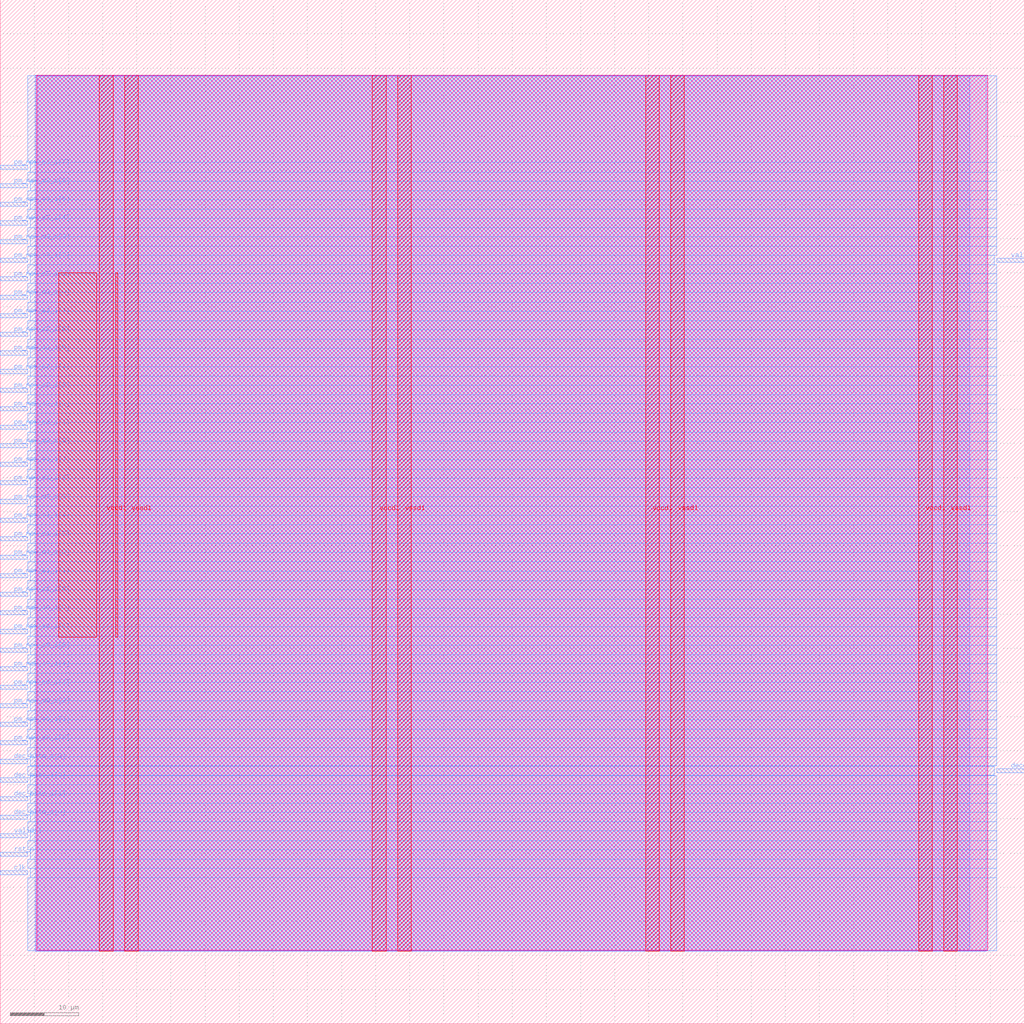
<source format=lef>
VERSION 5.7 ;
  NOWIREEXTENSIONATPIN ON ;
  DIVIDERCHAR "/" ;
  BUSBITCHARS "[]" ;
MACRO tbu
  CLASS BLOCK ;
  FOREIGN tbu ;
  ORIGIN 0.000 0.000 ;
  SIZE 150.000 BY 150.000 ;
  PIN clk
    DIRECTION INPUT ;
    USE SIGNAL ;
    ANTENNAGATEAREA 1.286700 ;
    ANTENNADIFFAREA 0.434700 ;
    PORT
      LAYER met3 ;
        RECT 0.000 21.800 4.000 22.400 ;
    END
  END clk
  PIN dec_bits_i[0]
    DIRECTION INPUT ;
    USE SIGNAL ;
    ANTENNAGATEAREA 0.647700 ;
    ANTENNADIFFAREA 0.434700 ;
    PORT
      LAYER met3 ;
        RECT 0.000 29.960 4.000 30.560 ;
    END
  END dec_bits_i[0]
  PIN dec_bits_i[1]
    DIRECTION INPUT ;
    USE SIGNAL ;
    ANTENNAGATEAREA 0.631200 ;
    ANTENNADIFFAREA 0.434700 ;
    PORT
      LAYER met3 ;
        RECT 0.000 32.680 4.000 33.280 ;
    END
  END dec_bits_i[1]
  PIN dec_bits_i[2]
    DIRECTION INPUT ;
    USE SIGNAL ;
    ANTENNAGATEAREA 0.647700 ;
    ANTENNADIFFAREA 0.434700 ;
    PORT
      LAYER met3 ;
        RECT 0.000 35.400 4.000 36.000 ;
    END
  END dec_bits_i[2]
  PIN dec_bits_i[3]
    DIRECTION INPUT ;
    USE SIGNAL ;
    ANTENNAGATEAREA 0.631200 ;
    ANTENNADIFFAREA 0.434700 ;
    PORT
      LAYER met3 ;
        RECT 0.000 38.120 4.000 38.720 ;
    END
  END dec_bits_i[3]
  PIN decoded_bit_o
    DIRECTION OUTPUT ;
    USE SIGNAL ;
    ANTENNADIFFAREA 0.891000 ;
    PORT
      LAYER met3 ;
        RECT 146.000 36.760 150.000 37.360 ;
    END
  END decoded_bit_o
  PIN pm_new_s0_i[0]
    DIRECTION INPUT ;
    USE SIGNAL ;
    ANTENNAGATEAREA 0.560700 ;
    ANTENNADIFFAREA 0.434700 ;
    PORT
      LAYER met3 ;
        RECT 0.000 40.840 4.000 41.440 ;
    END
  END pm_new_s0_i[0]
  PIN pm_new_s0_i[1]
    DIRECTION INPUT ;
    USE SIGNAL ;
    ANTENNAGATEAREA 0.560700 ;
    ANTENNADIFFAREA 0.434700 ;
    PORT
      LAYER met3 ;
        RECT 0.000 43.560 4.000 44.160 ;
    END
  END pm_new_s0_i[1]
  PIN pm_new_s0_i[2]
    DIRECTION INPUT ;
    USE SIGNAL ;
    ANTENNAGATEAREA 0.631200 ;
    ANTENNADIFFAREA 0.434700 ;
    PORT
      LAYER met3 ;
        RECT 0.000 46.280 4.000 46.880 ;
    END
  END pm_new_s0_i[2]
  PIN pm_new_s0_i[3]
    DIRECTION INPUT ;
    USE SIGNAL ;
    ANTENNAGATEAREA 0.631200 ;
    ANTENNADIFFAREA 0.434700 ;
    PORT
      LAYER met3 ;
        RECT 0.000 49.000 4.000 49.600 ;
    END
  END pm_new_s0_i[3]
  PIN pm_new_s0_i[4]
    DIRECTION INPUT ;
    USE SIGNAL ;
    ANTENNAGATEAREA 0.631200 ;
    ANTENNADIFFAREA 0.434700 ;
    PORT
      LAYER met3 ;
        RECT 0.000 51.720 4.000 52.320 ;
    END
  END pm_new_s0_i[4]
  PIN pm_new_s0_i[5]
    DIRECTION INPUT ;
    USE SIGNAL ;
    ANTENNAGATEAREA 0.631200 ;
    ANTENNADIFFAREA 0.434700 ;
    PORT
      LAYER met3 ;
        RECT 0.000 54.440 4.000 55.040 ;
    END
  END pm_new_s0_i[5]
  PIN pm_new_s0_i[6]
    DIRECTION INPUT ;
    USE SIGNAL ;
    ANTENNAGATEAREA 0.560700 ;
    ANTENNADIFFAREA 0.434700 ;
    PORT
      LAYER met3 ;
        RECT 0.000 57.160 4.000 57.760 ;
    END
  END pm_new_s0_i[6]
  PIN pm_new_s0_i[7]
    DIRECTION INPUT ;
    USE SIGNAL ;
    ANTENNAGATEAREA 0.560700 ;
    ANTENNADIFFAREA 0.434700 ;
    PORT
      LAYER met3 ;
        RECT 0.000 59.880 4.000 60.480 ;
    END
  END pm_new_s0_i[7]
  PIN pm_new_s1_i[0]
    DIRECTION INPUT ;
    USE SIGNAL ;
    ANTENNAGATEAREA 0.631200 ;
    ANTENNADIFFAREA 0.434700 ;
    PORT
      LAYER met3 ;
        RECT 0.000 62.600 4.000 63.200 ;
    END
  END pm_new_s1_i[0]
  PIN pm_new_s1_i[1]
    DIRECTION INPUT ;
    USE SIGNAL ;
    ANTENNAGATEAREA 0.560700 ;
    ANTENNADIFFAREA 0.434700 ;
    PORT
      LAYER met3 ;
        RECT 0.000 65.320 4.000 65.920 ;
    END
  END pm_new_s1_i[1]
  PIN pm_new_s1_i[2]
    DIRECTION INPUT ;
    USE SIGNAL ;
    ANTENNAGATEAREA 0.647700 ;
    ANTENNADIFFAREA 0.434700 ;
    PORT
      LAYER met3 ;
        RECT 0.000 68.040 4.000 68.640 ;
    END
  END pm_new_s1_i[2]
  PIN pm_new_s1_i[3]
    DIRECTION INPUT ;
    USE SIGNAL ;
    ANTENNAGATEAREA 0.631200 ;
    ANTENNADIFFAREA 0.434700 ;
    PORT
      LAYER met3 ;
        RECT 0.000 70.760 4.000 71.360 ;
    END
  END pm_new_s1_i[3]
  PIN pm_new_s1_i[4]
    DIRECTION INPUT ;
    USE SIGNAL ;
    ANTENNAGATEAREA 0.647700 ;
    ANTENNADIFFAREA 0.434700 ;
    PORT
      LAYER met3 ;
        RECT 0.000 73.480 4.000 74.080 ;
    END
  END pm_new_s1_i[4]
  PIN pm_new_s1_i[5]
    DIRECTION INPUT ;
    USE SIGNAL ;
    ANTENNAGATEAREA 0.560700 ;
    ANTENNADIFFAREA 0.434700 ;
    PORT
      LAYER met3 ;
        RECT 0.000 76.200 4.000 76.800 ;
    END
  END pm_new_s1_i[5]
  PIN pm_new_s1_i[6]
    DIRECTION INPUT ;
    USE SIGNAL ;
    ANTENNAGATEAREA 0.647700 ;
    ANTENNADIFFAREA 0.434700 ;
    PORT
      LAYER met3 ;
        RECT 0.000 78.920 4.000 79.520 ;
    END
  END pm_new_s1_i[6]
  PIN pm_new_s1_i[7]
    DIRECTION INPUT ;
    USE SIGNAL ;
    ANTENNAGATEAREA 0.647700 ;
    ANTENNADIFFAREA 0.434700 ;
    PORT
      LAYER met3 ;
        RECT 0.000 81.640 4.000 82.240 ;
    END
  END pm_new_s1_i[7]
  PIN pm_new_s2_i[0]
    DIRECTION INPUT ;
    USE SIGNAL ;
    ANTENNAGATEAREA 0.647700 ;
    ANTENNADIFFAREA 0.434700 ;
    PORT
      LAYER met3 ;
        RECT 0.000 84.360 4.000 84.960 ;
    END
  END pm_new_s2_i[0]
  PIN pm_new_s2_i[1]
    DIRECTION INPUT ;
    USE SIGNAL ;
    ANTENNAGATEAREA 0.647700 ;
    ANTENNADIFFAREA 0.434700 ;
    PORT
      LAYER met3 ;
        RECT 0.000 87.080 4.000 87.680 ;
    END
  END pm_new_s2_i[1]
  PIN pm_new_s2_i[2]
    DIRECTION INPUT ;
    USE SIGNAL ;
    ANTENNAGATEAREA 0.647700 ;
    ANTENNADIFFAREA 0.434700 ;
    PORT
      LAYER met3 ;
        RECT 0.000 89.800 4.000 90.400 ;
    END
  END pm_new_s2_i[2]
  PIN pm_new_s2_i[3]
    DIRECTION INPUT ;
    USE SIGNAL ;
    ANTENNAGATEAREA 0.631200 ;
    ANTENNADIFFAREA 0.434700 ;
    PORT
      LAYER met3 ;
        RECT 0.000 92.520 4.000 93.120 ;
    END
  END pm_new_s2_i[3]
  PIN pm_new_s2_i[4]
    DIRECTION INPUT ;
    USE SIGNAL ;
    ANTENNAGATEAREA 0.631200 ;
    ANTENNADIFFAREA 0.434700 ;
    PORT
      LAYER met3 ;
        RECT 0.000 95.240 4.000 95.840 ;
    END
  END pm_new_s2_i[4]
  PIN pm_new_s2_i[5]
    DIRECTION INPUT ;
    USE SIGNAL ;
    ANTENNAGATEAREA 0.631200 ;
    ANTENNADIFFAREA 0.434700 ;
    PORT
      LAYER met3 ;
        RECT 0.000 97.960 4.000 98.560 ;
    END
  END pm_new_s2_i[5]
  PIN pm_new_s2_i[6]
    DIRECTION INPUT ;
    USE SIGNAL ;
    ANTENNAGATEAREA 0.631200 ;
    ANTENNADIFFAREA 0.434700 ;
    PORT
      LAYER met3 ;
        RECT 0.000 100.680 4.000 101.280 ;
    END
  END pm_new_s2_i[6]
  PIN pm_new_s2_i[7]
    DIRECTION INPUT ;
    USE SIGNAL ;
    ANTENNAGATEAREA 0.560700 ;
    ANTENNADIFFAREA 0.434700 ;
    PORT
      LAYER met3 ;
        RECT 0.000 103.400 4.000 104.000 ;
    END
  END pm_new_s2_i[7]
  PIN pm_new_s3_i[0]
    DIRECTION INPUT ;
    USE SIGNAL ;
    ANTENNAGATEAREA 0.631200 ;
    ANTENNADIFFAREA 0.434700 ;
    PORT
      LAYER met3 ;
        RECT 0.000 106.120 4.000 106.720 ;
    END
  END pm_new_s3_i[0]
  PIN pm_new_s3_i[1]
    DIRECTION INPUT ;
    USE SIGNAL ;
    ANTENNAGATEAREA 0.647700 ;
    ANTENNADIFFAREA 0.434700 ;
    PORT
      LAYER met3 ;
        RECT 0.000 108.840 4.000 109.440 ;
    END
  END pm_new_s3_i[1]
  PIN pm_new_s3_i[2]
    DIRECTION INPUT ;
    USE SIGNAL ;
    ANTENNAGATEAREA 0.647700 ;
    ANTENNADIFFAREA 0.434700 ;
    PORT
      LAYER met3 ;
        RECT 0.000 111.560 4.000 112.160 ;
    END
  END pm_new_s3_i[2]
  PIN pm_new_s3_i[3]
    DIRECTION INPUT ;
    USE SIGNAL ;
    ANTENNAGATEAREA 0.560700 ;
    ANTENNADIFFAREA 0.434700 ;
    PORT
      LAYER met3 ;
        RECT 0.000 114.280 4.000 114.880 ;
    END
  END pm_new_s3_i[3]
  PIN pm_new_s3_i[4]
    DIRECTION INPUT ;
    USE SIGNAL ;
    ANTENNAGATEAREA 0.647700 ;
    ANTENNADIFFAREA 0.434700 ;
    PORT
      LAYER met3 ;
        RECT 0.000 117.000 4.000 117.600 ;
    END
  END pm_new_s3_i[4]
  PIN pm_new_s3_i[5]
    DIRECTION INPUT ;
    USE SIGNAL ;
    ANTENNAGATEAREA 0.631200 ;
    ANTENNADIFFAREA 0.434700 ;
    PORT
      LAYER met3 ;
        RECT 0.000 119.720 4.000 120.320 ;
    END
  END pm_new_s3_i[5]
  PIN pm_new_s3_i[6]
    DIRECTION INPUT ;
    USE SIGNAL ;
    ANTENNAGATEAREA 0.647700 ;
    ANTENNADIFFAREA 0.434700 ;
    PORT
      LAYER met3 ;
        RECT 0.000 122.440 4.000 123.040 ;
    END
  END pm_new_s3_i[6]
  PIN pm_new_s3_i[7]
    DIRECTION INPUT ;
    USE SIGNAL ;
    ANTENNAGATEAREA 0.647700 ;
    ANTENNADIFFAREA 0.434700 ;
    PORT
      LAYER met3 ;
        RECT 0.000 125.160 4.000 125.760 ;
    END
  END pm_new_s3_i[7]
  PIN rst_n
    DIRECTION INPUT ;
    USE SIGNAL ;
    ANTENNAGATEAREA 0.631200 ;
    ANTENNADIFFAREA 0.434700 ;
    PORT
      LAYER met3 ;
        RECT 0.000 24.520 4.000 25.120 ;
    END
  END rst_n
  PIN valid_i
    DIRECTION INPUT ;
    USE SIGNAL ;
    ANTENNAGATEAREA 0.631200 ;
    ANTENNADIFFAREA 0.434700 ;
    PORT
      LAYER met3 ;
        RECT 0.000 27.240 4.000 27.840 ;
    END
  END valid_i
  PIN valid_o
    DIRECTION OUTPUT ;
    USE SIGNAL ;
    ANTENNADIFFAREA 0.891000 ;
    PORT
      LAYER met3 ;
        RECT 146.000 111.560 150.000 112.160 ;
    END
  END valid_o
  PIN vccd1
    DIRECTION INOUT ;
    USE POWER ;
    PORT
      LAYER met4 ;
        RECT 14.520 10.640 16.520 138.960 ;
    END
    PORT
      LAYER met4 ;
        RECT 54.520 10.640 56.520 138.960 ;
    END
    PORT
      LAYER met4 ;
        RECT 94.520 10.640 96.520 138.960 ;
    END
    PORT
      LAYER met4 ;
        RECT 134.520 10.640 136.520 138.960 ;
    END
  END vccd1
  PIN vssd1
    DIRECTION INOUT ;
    USE GROUND ;
    PORT
      LAYER met4 ;
        RECT 18.220 10.640 20.220 138.960 ;
    END
    PORT
      LAYER met4 ;
        RECT 58.220 10.640 60.220 138.960 ;
    END
    PORT
      LAYER met4 ;
        RECT 98.220 10.640 100.220 138.960 ;
    END
    PORT
      LAYER met4 ;
        RECT 138.220 10.640 140.220 138.960 ;
    END
  END vssd1
  OBS
      LAYER nwell ;
        RECT 5.330 10.795 144.630 138.910 ;
      LAYER li1 ;
        RECT 5.520 10.795 144.440 138.805 ;
      LAYER met1 ;
        RECT 5.130 10.640 144.440 138.960 ;
      LAYER met2 ;
        RECT 5.150 10.695 142.050 138.905 ;
      LAYER met3 ;
        RECT 4.000 126.160 146.000 138.885 ;
        RECT 4.400 124.760 146.000 126.160 ;
        RECT 4.000 123.440 146.000 124.760 ;
        RECT 4.400 122.040 146.000 123.440 ;
        RECT 4.000 120.720 146.000 122.040 ;
        RECT 4.400 119.320 146.000 120.720 ;
        RECT 4.000 118.000 146.000 119.320 ;
        RECT 4.400 116.600 146.000 118.000 ;
        RECT 4.000 115.280 146.000 116.600 ;
        RECT 4.400 113.880 146.000 115.280 ;
        RECT 4.000 112.560 146.000 113.880 ;
        RECT 4.400 111.160 145.600 112.560 ;
        RECT 4.000 109.840 146.000 111.160 ;
        RECT 4.400 108.440 146.000 109.840 ;
        RECT 4.000 107.120 146.000 108.440 ;
        RECT 4.400 105.720 146.000 107.120 ;
        RECT 4.000 104.400 146.000 105.720 ;
        RECT 4.400 103.000 146.000 104.400 ;
        RECT 4.000 101.680 146.000 103.000 ;
        RECT 4.400 100.280 146.000 101.680 ;
        RECT 4.000 98.960 146.000 100.280 ;
        RECT 4.400 97.560 146.000 98.960 ;
        RECT 4.000 96.240 146.000 97.560 ;
        RECT 4.400 94.840 146.000 96.240 ;
        RECT 4.000 93.520 146.000 94.840 ;
        RECT 4.400 92.120 146.000 93.520 ;
        RECT 4.000 90.800 146.000 92.120 ;
        RECT 4.400 89.400 146.000 90.800 ;
        RECT 4.000 88.080 146.000 89.400 ;
        RECT 4.400 86.680 146.000 88.080 ;
        RECT 4.000 85.360 146.000 86.680 ;
        RECT 4.400 83.960 146.000 85.360 ;
        RECT 4.000 82.640 146.000 83.960 ;
        RECT 4.400 81.240 146.000 82.640 ;
        RECT 4.000 79.920 146.000 81.240 ;
        RECT 4.400 78.520 146.000 79.920 ;
        RECT 4.000 77.200 146.000 78.520 ;
        RECT 4.400 75.800 146.000 77.200 ;
        RECT 4.000 74.480 146.000 75.800 ;
        RECT 4.400 73.080 146.000 74.480 ;
        RECT 4.000 71.760 146.000 73.080 ;
        RECT 4.400 70.360 146.000 71.760 ;
        RECT 4.000 69.040 146.000 70.360 ;
        RECT 4.400 67.640 146.000 69.040 ;
        RECT 4.000 66.320 146.000 67.640 ;
        RECT 4.400 64.920 146.000 66.320 ;
        RECT 4.000 63.600 146.000 64.920 ;
        RECT 4.400 62.200 146.000 63.600 ;
        RECT 4.000 60.880 146.000 62.200 ;
        RECT 4.400 59.480 146.000 60.880 ;
        RECT 4.000 58.160 146.000 59.480 ;
        RECT 4.400 56.760 146.000 58.160 ;
        RECT 4.000 55.440 146.000 56.760 ;
        RECT 4.400 54.040 146.000 55.440 ;
        RECT 4.000 52.720 146.000 54.040 ;
        RECT 4.400 51.320 146.000 52.720 ;
        RECT 4.000 50.000 146.000 51.320 ;
        RECT 4.400 48.600 146.000 50.000 ;
        RECT 4.000 47.280 146.000 48.600 ;
        RECT 4.400 45.880 146.000 47.280 ;
        RECT 4.000 44.560 146.000 45.880 ;
        RECT 4.400 43.160 146.000 44.560 ;
        RECT 4.000 41.840 146.000 43.160 ;
        RECT 4.400 40.440 146.000 41.840 ;
        RECT 4.000 39.120 146.000 40.440 ;
        RECT 4.400 37.760 146.000 39.120 ;
        RECT 4.400 37.720 145.600 37.760 ;
        RECT 4.000 36.400 145.600 37.720 ;
        RECT 4.400 36.360 145.600 36.400 ;
        RECT 4.400 35.000 146.000 36.360 ;
        RECT 4.000 33.680 146.000 35.000 ;
        RECT 4.400 32.280 146.000 33.680 ;
        RECT 4.000 30.960 146.000 32.280 ;
        RECT 4.400 29.560 146.000 30.960 ;
        RECT 4.000 28.240 146.000 29.560 ;
        RECT 4.400 26.840 146.000 28.240 ;
        RECT 4.000 25.520 146.000 26.840 ;
        RECT 4.400 24.120 146.000 25.520 ;
        RECT 4.000 22.800 146.000 24.120 ;
        RECT 4.400 21.400 146.000 22.800 ;
        RECT 4.000 10.715 146.000 21.400 ;
      LAYER met4 ;
        RECT 8.575 56.615 14.120 109.985 ;
        RECT 16.920 56.615 17.185 109.985 ;
  END
END tbu
END LIBRARY


</source>
